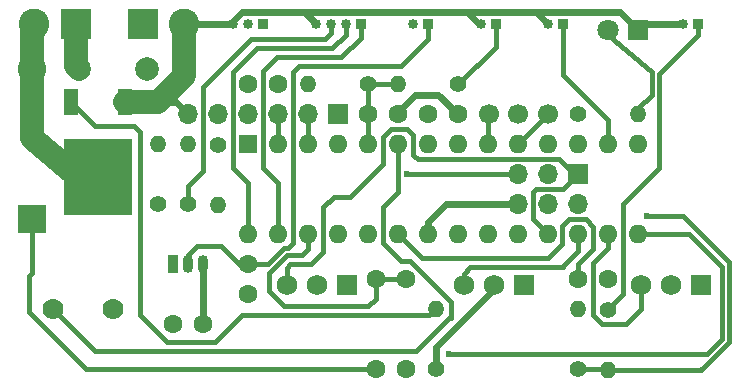
<source format=gbl>
G04 #@! TF.FileFunction,Copper,L2,Bot,Signal*
%FSLAX46Y46*%
G04 Gerber Fmt 4.6, Leading zero omitted, Abs format (unit mm)*
G04 Created by KiCad (PCBNEW 4.0.6) date 06/26/19 16:14:44*
%MOMM*%
%LPD*%
G01*
G04 APERTURE LIST*
%ADD10C,0.100000*%
%ADD11C,1.750000*%
%ADD12R,1.750000X1.750000*%
%ADD13C,2.000000*%
%ADD14R,1.700000X1.700000*%
%ADD15O,1.700000X1.700000*%
%ADD16R,1.600000X1.600000*%
%ADD17O,1.600000X1.600000*%
%ADD18R,2.600000X2.600000*%
%ADD19C,2.600000*%
%ADD20C,1.700000*%
%ADD21R,2.400000X2.400000*%
%ADD22O,2.400000X2.400000*%
%ADD23C,1.778000*%
%ADD24C,1.400000*%
%ADD25O,1.400000X1.400000*%
%ADD26C,1.600000*%
%ADD27R,1.800000X1.800000*%
%ADD28C,1.800000*%
%ADD29O,0.900000X1.500000*%
%ADD30R,0.900000X1.500000*%
%ADD31R,1.200000X2.200000*%
%ADD32R,5.800000X6.400000*%
%ADD33R,2.750000X3.050000*%
%ADD34R,0.850000X0.850000*%
%ADD35C,0.850000*%
%ADD36C,0.600000*%
%ADD37C,0.406400*%
%ADD38C,0.609600*%
%ADD39C,2.032000*%
G04 APERTURE END LIST*
D10*
D11*
X90918000Y-110365000D03*
X93458000Y-110365000D03*
D12*
X95998000Y-110365000D03*
D13*
X49128000Y-92075000D03*
X43328000Y-92075000D03*
D14*
X65278000Y-95885000D03*
D15*
X62738000Y-95885000D03*
X60198000Y-95885000D03*
X57658000Y-95885000D03*
X55118000Y-95885000D03*
X52578000Y-95885000D03*
D16*
X57658000Y-98425000D03*
D17*
X90678000Y-106045000D03*
X60198000Y-98425000D03*
X88138000Y-106045000D03*
X62738000Y-98425000D03*
X85598000Y-106045000D03*
X65278000Y-98425000D03*
X83058000Y-106045000D03*
X67818000Y-98425000D03*
X80518000Y-106045000D03*
X70358000Y-98425000D03*
X77978000Y-106045000D03*
X72898000Y-98425000D03*
X75438000Y-106045000D03*
X75438000Y-98425000D03*
X72898000Y-106045000D03*
X77978000Y-98425000D03*
X70358000Y-106045000D03*
X80518000Y-98425000D03*
X67818000Y-106045000D03*
X83058000Y-98425000D03*
X65278000Y-106045000D03*
X85598000Y-98425000D03*
X62738000Y-106045000D03*
X88138000Y-98425000D03*
X60198000Y-106045000D03*
X90678000Y-98425000D03*
X57658000Y-106045000D03*
D18*
X48768000Y-88265000D03*
D19*
X52268000Y-88265000D03*
D18*
X43053000Y-88265000D03*
D19*
X39553000Y-88265000D03*
D20*
X83058000Y-95885000D03*
X80558000Y-95885000D03*
X78058000Y-95885000D03*
D21*
X39370000Y-104775000D03*
D22*
X39370000Y-92075000D03*
D23*
X46228000Y-112395000D03*
X41148000Y-112395000D03*
D24*
X67778000Y-93345000D03*
D25*
X62698000Y-93345000D03*
D24*
X75398000Y-93345000D03*
D25*
X70318000Y-93345000D03*
D26*
X57658000Y-108585000D03*
X57658000Y-111085000D03*
X53848000Y-113665000D03*
X51348000Y-113665000D03*
X67818000Y-95885000D03*
X70318000Y-95885000D03*
D27*
X90678000Y-88773000D03*
D28*
X88138000Y-88773000D03*
D29*
X52578000Y-108585000D03*
X53848000Y-108585000D03*
D30*
X51308000Y-108585000D03*
D26*
X72898000Y-95885000D03*
X75398000Y-95885000D03*
X60198000Y-93345000D03*
X57698000Y-93345000D03*
D24*
X55118000Y-98465000D03*
D25*
X55118000Y-103545000D03*
D26*
X85598000Y-109855000D03*
X88098000Y-109855000D03*
D24*
X88138000Y-112435000D03*
D25*
X88138000Y-117515000D03*
D24*
X85598000Y-117435000D03*
D25*
X85598000Y-112355000D03*
D11*
X75918000Y-110365000D03*
X78458000Y-110365000D03*
D12*
X80998000Y-110365000D03*
D11*
X60918000Y-110365000D03*
X63458000Y-110365000D03*
D12*
X65998000Y-110365000D03*
D24*
X52578000Y-103465000D03*
D25*
X52578000Y-98385000D03*
D24*
X50038000Y-103465000D03*
D25*
X50038000Y-98385000D03*
D24*
X85638000Y-95885000D03*
D25*
X90718000Y-95885000D03*
D26*
X68453000Y-109855000D03*
X68453000Y-117475000D03*
X70993000Y-109855000D03*
X70993000Y-117475000D03*
D24*
X73533000Y-117435000D03*
D25*
X73533000Y-112355000D03*
D31*
X42678000Y-94860000D03*
X47238000Y-94860000D03*
D32*
X44958000Y-101160000D03*
D33*
X46483000Y-102835000D03*
X43433000Y-99485000D03*
X43433000Y-102835000D03*
X46483000Y-99485000D03*
D14*
X85598000Y-100965000D03*
D15*
X85598000Y-103505000D03*
X83058000Y-100965000D03*
X83058000Y-103505000D03*
X80518000Y-100965000D03*
X80518000Y-103505000D03*
D34*
X72898000Y-88265000D03*
D35*
X71648000Y-88265000D03*
D34*
X67183000Y-88265000D03*
D35*
X65933000Y-88265000D03*
X64683000Y-88265000D03*
X63433000Y-88265000D03*
D34*
X95758000Y-88265000D03*
D35*
X94508000Y-88265000D03*
D34*
X84328000Y-88265000D03*
D35*
X83078000Y-88265000D03*
D34*
X78613000Y-88265000D03*
D35*
X77363000Y-88265000D03*
D34*
X58928000Y-88265000D03*
D35*
X57678000Y-88265000D03*
X56428000Y-88265000D03*
D36*
X71120000Y-100965000D03*
X91440000Y-104521000D03*
X74676000Y-116205000D03*
D37*
X80518000Y-100965000D02*
X71120000Y-100965000D01*
D38*
X72898000Y-106045000D02*
X72898000Y-105029000D01*
X74422000Y-103505000D02*
X80518000Y-103505000D01*
X72898000Y-105029000D02*
X74422000Y-103505000D01*
X94508000Y-88265000D02*
X91186000Y-88265000D01*
X91186000Y-88265000D02*
X90678000Y-88773000D01*
X63433000Y-88265000D02*
X63433000Y-88198000D01*
X63433000Y-88198000D02*
X62484000Y-87249000D01*
X77363000Y-88265000D02*
X77216000Y-88265000D01*
X77216000Y-88265000D02*
X76200000Y-87249000D01*
X83078000Y-88265000D02*
X83058000Y-88265000D01*
X83058000Y-88265000D02*
X82042000Y-87249000D01*
X56428000Y-88265000D02*
X56428000Y-87971000D01*
X56428000Y-87971000D02*
X57150000Y-87249000D01*
X89154000Y-87249000D02*
X90678000Y-88773000D01*
X82042000Y-87249000D02*
X89154000Y-87249000D01*
X57150000Y-87249000D02*
X62484000Y-87249000D01*
X62484000Y-87249000D02*
X76200000Y-87249000D01*
X76200000Y-87249000D02*
X82042000Y-87249000D01*
X73533000Y-117435000D02*
X73533000Y-115570000D01*
X73533000Y-115570000D02*
X78458000Y-110645000D01*
X78458000Y-110645000D02*
X78458000Y-110365000D01*
X48768000Y-94860000D02*
X51553000Y-94860000D01*
X51553000Y-94860000D02*
X52578000Y-95885000D01*
D39*
X52268000Y-92385000D02*
X52268000Y-92639000D01*
X52268000Y-88265000D02*
X52268000Y-92385000D01*
X50047000Y-94860000D02*
X48768000Y-94860000D01*
X48768000Y-94860000D02*
X47238000Y-94860000D01*
X52268000Y-92639000D02*
X50047000Y-94860000D01*
D38*
X70318000Y-95885000D02*
X70318000Y-95671000D01*
X70318000Y-95671000D02*
X71755000Y-94234000D01*
X73747000Y-94234000D02*
X75398000Y-95885000D01*
X71755000Y-94234000D02*
X73747000Y-94234000D01*
X52268000Y-88265000D02*
X56428000Y-88265000D01*
D37*
X95972000Y-117515000D02*
X96012000Y-117475000D01*
X96012000Y-117475000D02*
X96107582Y-117475000D01*
X96107582Y-117475000D02*
X98396402Y-115186180D01*
X98396402Y-115186180D02*
X98396402Y-108429402D01*
X98396402Y-108429402D02*
X94488000Y-104521000D01*
X94488000Y-104521000D02*
X91440000Y-104521000D01*
X95972000Y-117515000D02*
X88138000Y-117515000D01*
X84264500Y-105346500D02*
X84264500Y-106870500D01*
X84264500Y-106870500D02*
X83058000Y-108077000D01*
X83058000Y-108077000D02*
X72390000Y-108077000D01*
X72390000Y-108077000D02*
X70358000Y-106045000D01*
X86868000Y-106807000D02*
X86868000Y-107315000D01*
X86868000Y-105410000D02*
X86868000Y-106807000D01*
X85598000Y-109855000D02*
X85598000Y-108585000D01*
X86868000Y-107315000D02*
X85598000Y-108585000D01*
X86233000Y-104775000D02*
X86868000Y-105410000D01*
X84836000Y-104775000D02*
X86233000Y-104775000D01*
X84264500Y-105346500D02*
X84836000Y-104775000D01*
X85598000Y-117435000D02*
X88058000Y-117435000D01*
X88058000Y-117435000D02*
X88138000Y-117515000D01*
X85598000Y-117435000D02*
X85598000Y-117221000D01*
X65278000Y-106045000D02*
X65278000Y-106172000D01*
X68453000Y-109855000D02*
X70993000Y-109855000D01*
X62738000Y-106045000D02*
X62738000Y-107315000D01*
X68453000Y-111506000D02*
X68453000Y-109855000D01*
X67818000Y-112141000D02*
X68453000Y-111506000D01*
X60706000Y-112141000D02*
X67818000Y-112141000D01*
X59436000Y-110871000D02*
X60706000Y-112141000D01*
X59436000Y-109347000D02*
X59436000Y-110871000D01*
X60960000Y-107823000D02*
X59436000Y-109347000D01*
X62230000Y-107823000D02*
X60960000Y-107823000D01*
X62738000Y-107315000D02*
X62230000Y-107823000D01*
X67183000Y-88265000D02*
X67183000Y-89408000D01*
X60198000Y-101727000D02*
X60198000Y-106045000D01*
X58928000Y-100457000D02*
X60198000Y-101727000D01*
X58928000Y-92202000D02*
X58928000Y-100457000D01*
X60071000Y-91059000D02*
X58928000Y-92202000D01*
X65532000Y-91059000D02*
X60071000Y-91059000D01*
X67183000Y-89408000D02*
X65532000Y-91059000D01*
X65933000Y-88265000D02*
X65933000Y-89134000D01*
X57658000Y-101727000D02*
X57658000Y-106045000D01*
X56388000Y-100457000D02*
X57658000Y-101727000D01*
X56388000Y-92329000D02*
X56388000Y-100457000D01*
X58420000Y-90297000D02*
X56388000Y-92329000D01*
X64770000Y-90297000D02*
X58420000Y-90297000D01*
X65933000Y-89134000D02*
X64770000Y-90297000D01*
X74676000Y-116205000D02*
X89408000Y-116205000D01*
X94996000Y-106045000D02*
X90678000Y-106045000D01*
X97790000Y-108839000D02*
X94996000Y-106045000D01*
X97790000Y-114935000D02*
X97790000Y-108839000D01*
X96520000Y-116205000D02*
X97790000Y-114935000D01*
X89408000Y-116205000D02*
X96520000Y-116205000D01*
X48514000Y-106807000D02*
X48514000Y-112903000D01*
X48006000Y-96901000D02*
X48514000Y-97409000D01*
X48514000Y-97409000D02*
X48514000Y-106807000D01*
X42678000Y-94875000D02*
X44704000Y-96901000D01*
X44704000Y-96901000D02*
X48006000Y-96901000D01*
X72985000Y-112903000D02*
X73533000Y-112355000D01*
X57150000Y-112903000D02*
X72985000Y-112903000D01*
X54864000Y-115189000D02*
X57150000Y-112903000D01*
X50800000Y-115189000D02*
X54864000Y-115189000D01*
X48514000Y-112903000D02*
X50800000Y-115189000D01*
X42678000Y-94860000D02*
X42678000Y-94875000D01*
X42678000Y-94860000D02*
X42790000Y-94860000D01*
X42678000Y-94860000D02*
X42678000Y-95510000D01*
X88138000Y-98425000D02*
X88138000Y-96393000D01*
X84328000Y-92583000D02*
X84328000Y-88265000D01*
X88138000Y-96393000D02*
X84328000Y-92583000D01*
X45339000Y-115951000D02*
X44704000Y-115951000D01*
X74676000Y-113157000D02*
X71882000Y-115951000D01*
X71882000Y-115951000D02*
X67818000Y-115951000D01*
X74803000Y-113157000D02*
X74676000Y-113157000D01*
X67818000Y-115951000D02*
X45339000Y-115951000D01*
X44704000Y-115951000D02*
X41148000Y-112395000D01*
X70358000Y-102489000D02*
X69088000Y-103759000D01*
X69088000Y-103759000D02*
X69088000Y-106807000D01*
X69088000Y-106807000D02*
X70612000Y-108331000D01*
X70612000Y-108331000D02*
X71374000Y-108331000D01*
X71374000Y-108331000D02*
X71628000Y-108585000D01*
X70358000Y-98425000D02*
X70358000Y-102235000D01*
X74803000Y-111760000D02*
X74803000Y-113157000D01*
X74803000Y-113157000D02*
X74803000Y-113030000D01*
X71628000Y-108585000D02*
X74803000Y-111760000D01*
X70358000Y-102235000D02*
X70358000Y-102489000D01*
X67778000Y-93345000D02*
X70318000Y-93345000D01*
X67818000Y-95885000D02*
X67818000Y-93385000D01*
X67818000Y-93385000D02*
X67778000Y-93345000D01*
X67818000Y-98425000D02*
X67818000Y-95885000D01*
X64008000Y-106807000D02*
X64008000Y-107569000D01*
X83947000Y-99695000D02*
X72009000Y-99695000D01*
X72009000Y-99695000D02*
X71628000Y-99314000D01*
X71628000Y-99314000D02*
X71628000Y-97663000D01*
X71628000Y-97663000D02*
X71120000Y-97155000D01*
X71120000Y-97155000D02*
X69723000Y-97155000D01*
X69723000Y-97155000D02*
X69088000Y-97790000D01*
X69088000Y-97790000D02*
X69088000Y-100076000D01*
X69088000Y-100076000D02*
X66294000Y-102870000D01*
X66294000Y-102870000D02*
X64897000Y-102870000D01*
X64897000Y-102870000D02*
X64008000Y-103759000D01*
X85217000Y-100965000D02*
X83947000Y-99695000D01*
X64008000Y-103759000D02*
X64008000Y-106807000D01*
X60918000Y-108881000D02*
X60918000Y-110365000D01*
X61214000Y-108585000D02*
X60918000Y-108881000D01*
X62992000Y-108585000D02*
X61214000Y-108585000D01*
X64008000Y-107569000D02*
X62992000Y-108585000D01*
X60918000Y-109897000D02*
X60918000Y-110365000D01*
X85598000Y-100965000D02*
X85217000Y-100965000D01*
X84328000Y-102235000D02*
X82677000Y-102235000D01*
X85598000Y-100965000D02*
X84328000Y-102235000D01*
X81788000Y-104775000D02*
X83058000Y-106045000D01*
X81788000Y-102489000D02*
X81788000Y-104775000D01*
X82042000Y-102235000D02*
X81788000Y-102489000D01*
X82677000Y-102235000D02*
X82042000Y-102235000D01*
X83058000Y-106045000D02*
X83185000Y-106045000D01*
D38*
X53848000Y-108585000D02*
X53848000Y-113665000D01*
D37*
X52578000Y-103465000D02*
X52578000Y-101981000D01*
X52578000Y-101981000D02*
X53848000Y-100711000D01*
X53848000Y-100711000D02*
X53848000Y-93599000D01*
X53848000Y-93599000D02*
X57912000Y-89535000D01*
X57912000Y-89535000D02*
X64135000Y-89535000D01*
X64135000Y-89535000D02*
X64683000Y-88987000D01*
X64683000Y-88987000D02*
X64683000Y-88265000D01*
X90718000Y-95885000D02*
X90718000Y-95337000D01*
X90718000Y-95337000D02*
X91821000Y-94234000D01*
X91821000Y-94234000D02*
X91821000Y-92329000D01*
X91821000Y-92329000D02*
X88138000Y-89154000D01*
X88138000Y-89154000D02*
X88138000Y-88773000D01*
X77978000Y-98425000D02*
X77978000Y-95965000D01*
X77978000Y-95965000D02*
X78058000Y-95885000D01*
X80518000Y-98425000D02*
X83058000Y-95885000D01*
X75918000Y-110365000D02*
X75918000Y-109375000D01*
X84328000Y-108839000D02*
X84328000Y-108712000D01*
X84201000Y-108839000D02*
X84328000Y-108839000D01*
X76454000Y-108839000D02*
X84201000Y-108839000D01*
X75918000Y-109375000D02*
X76454000Y-108839000D01*
X84328000Y-108712000D02*
X85598000Y-107442000D01*
X85598000Y-107442000D02*
X85598000Y-106045000D01*
X90910000Y-112373000D02*
X90910000Y-110373000D01*
X90910000Y-110373000D02*
X90918000Y-110365000D01*
X88138000Y-106045000D02*
X88138000Y-107188000D01*
X89618000Y-113665000D02*
X90910000Y-112373000D01*
X90910000Y-112373000D02*
X90918000Y-112365000D01*
X87630000Y-113665000D02*
X89618000Y-113665000D01*
X86868000Y-112903000D02*
X87630000Y-113665000D01*
X86868000Y-108458000D02*
X86868000Y-112903000D01*
X88138000Y-107188000D02*
X86868000Y-108458000D01*
X88138000Y-106045000D02*
X88138000Y-106553000D01*
X60198000Y-98425000D02*
X60198000Y-95885000D01*
X62738000Y-98425000D02*
X62738000Y-95885000D01*
X75398000Y-93345000D02*
X75438000Y-93345000D01*
X75438000Y-93345000D02*
X78613000Y-90170000D01*
X78613000Y-90170000D02*
X78613000Y-88265000D01*
X88138000Y-112435000D02*
X88138000Y-112395000D01*
X88138000Y-112395000D02*
X89408000Y-111125000D01*
X95758000Y-89154000D02*
X95758000Y-88265000D01*
X92456000Y-92456000D02*
X95758000Y-89154000D01*
X92456000Y-100457000D02*
X92456000Y-92456000D01*
X89408000Y-103505000D02*
X92456000Y-100457000D01*
X89408000Y-111125000D02*
X89408000Y-103505000D01*
X88138000Y-112435000D02*
X88479000Y-112435000D01*
D39*
X43053000Y-88265000D02*
X43053000Y-91800000D01*
X43053000Y-91800000D02*
X43328000Y-92075000D01*
D37*
X68453000Y-117475000D02*
X43942000Y-117475000D01*
X39370000Y-109347000D02*
X39370000Y-104775000D01*
X39116000Y-109601000D02*
X39370000Y-109347000D01*
X39116000Y-112649000D02*
X39116000Y-109601000D01*
X43942000Y-117475000D02*
X39116000Y-112649000D01*
X39370000Y-104775000D02*
X40259000Y-104775000D01*
D39*
X39370000Y-92075000D02*
X39370000Y-88448000D01*
X39370000Y-88448000D02*
X39553000Y-88265000D01*
X44958000Y-101160000D02*
X43248000Y-101160000D01*
X43248000Y-101160000D02*
X39370000Y-97917000D01*
X39370000Y-97917000D02*
X39370000Y-92075000D01*
D37*
X57658000Y-108585000D02*
X59340418Y-108585000D01*
X72898000Y-89535000D02*
X70612000Y-91821000D01*
X70612000Y-91821000D02*
X61976000Y-91821000D01*
X61976000Y-91821000D02*
X61468000Y-92329000D01*
X72898000Y-89535000D02*
X72898000Y-88265000D01*
X61468000Y-106807000D02*
X61468000Y-92329000D01*
X61058402Y-107216598D02*
X61468000Y-106807000D01*
X60708820Y-107216598D02*
X61058402Y-107216598D01*
X59340418Y-108585000D02*
X60708820Y-107216598D01*
X57658000Y-108585000D02*
X56896000Y-108585000D01*
X56896000Y-108585000D02*
X55372000Y-107061000D01*
X52578000Y-107823000D02*
X52578000Y-108585000D01*
X53340000Y-107061000D02*
X52578000Y-107823000D01*
X55372000Y-107061000D02*
X53340000Y-107061000D01*
M02*

</source>
